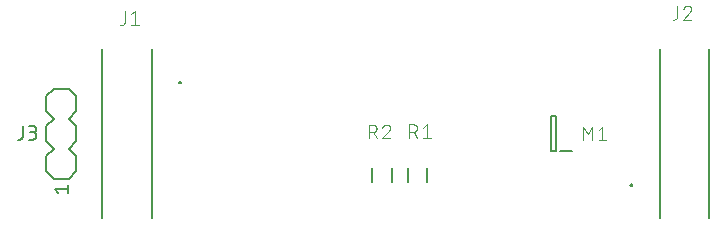
<source format=gbr>
G04 EAGLE Gerber X2 export*
%TF.Part,Single*%
%TF.FileFunction,Legend,Top,1*%
%TF.FilePolarity,Positive*%
%TF.GenerationSoftware,Autodesk,EAGLE,9.1.0*%
%TF.CreationDate,2020-08-17T16:38:00Z*%
G75*
%MOMM*%
%FSLAX34Y34*%
%LPD*%
%AMOC8*
5,1,8,0,0,1.08239X$1,22.5*%
G01*
%ADD10C,0.200000*%
%ADD11C,0.101600*%
%ADD12C,0.152400*%
%ADD13C,0.127000*%


D10*
X462250Y130500D02*
X457750Y130500D01*
X457750Y159500D01*
X462250Y159500D01*
X462250Y130500D01*
X465750Y130000D02*
X476250Y130000D01*
D11*
X485143Y139158D02*
X485143Y150842D01*
X489038Y144351D01*
X492933Y150842D01*
X492933Y139158D01*
X498366Y148246D02*
X501611Y150842D01*
X501611Y139158D01*
X498366Y139158D02*
X504857Y139158D01*
D10*
X550000Y73100D02*
X550000Y216900D01*
X592000Y216900D02*
X592000Y73100D01*
X525352Y101510D02*
X525354Y101561D01*
X525360Y101612D01*
X525370Y101662D01*
X525383Y101711D01*
X525401Y101759D01*
X525422Y101805D01*
X525447Y101850D01*
X525475Y101893D01*
X525506Y101933D01*
X525540Y101971D01*
X525577Y102006D01*
X525617Y102038D01*
X525659Y102067D01*
X525703Y102092D01*
X525749Y102114D01*
X525797Y102133D01*
X525846Y102147D01*
X525896Y102158D01*
X525946Y102165D01*
X525997Y102168D01*
X526048Y102167D01*
X526099Y102162D01*
X526149Y102153D01*
X526199Y102140D01*
X526247Y102124D01*
X526294Y102104D01*
X526339Y102080D01*
X526382Y102053D01*
X526423Y102022D01*
X526462Y101989D01*
X526497Y101952D01*
X526530Y101913D01*
X526560Y101872D01*
X526586Y101828D01*
X526609Y101782D01*
X526628Y101735D01*
X526644Y101686D01*
X526656Y101637D01*
X526664Y101586D01*
X526668Y101536D01*
X526668Y101484D01*
X526664Y101434D01*
X526656Y101383D01*
X526644Y101334D01*
X526628Y101285D01*
X526609Y101238D01*
X526586Y101192D01*
X526560Y101148D01*
X526530Y101107D01*
X526497Y101068D01*
X526462Y101031D01*
X526423Y100998D01*
X526382Y100967D01*
X526339Y100940D01*
X526294Y100916D01*
X526247Y100896D01*
X526199Y100880D01*
X526149Y100867D01*
X526099Y100858D01*
X526048Y100853D01*
X525997Y100852D01*
X525946Y100855D01*
X525896Y100862D01*
X525846Y100873D01*
X525797Y100887D01*
X525749Y100906D01*
X525703Y100928D01*
X525659Y100953D01*
X525617Y100982D01*
X525577Y101014D01*
X525540Y101049D01*
X525506Y101087D01*
X525475Y101127D01*
X525447Y101170D01*
X525422Y101215D01*
X525401Y101261D01*
X525383Y101309D01*
X525370Y101358D01*
X525360Y101408D01*
X525354Y101459D01*
X525352Y101510D01*
D11*
X564955Y244114D02*
X564955Y253202D01*
X564955Y244114D02*
X564953Y244015D01*
X564947Y243915D01*
X564938Y243816D01*
X564925Y243718D01*
X564908Y243620D01*
X564887Y243522D01*
X564862Y243426D01*
X564834Y243331D01*
X564802Y243237D01*
X564767Y243144D01*
X564728Y243052D01*
X564685Y242962D01*
X564640Y242874D01*
X564590Y242787D01*
X564538Y242703D01*
X564482Y242620D01*
X564424Y242540D01*
X564362Y242462D01*
X564297Y242387D01*
X564229Y242314D01*
X564159Y242244D01*
X564086Y242176D01*
X564011Y242111D01*
X563933Y242049D01*
X563853Y241991D01*
X563770Y241935D01*
X563686Y241883D01*
X563599Y241833D01*
X563511Y241788D01*
X563421Y241745D01*
X563329Y241706D01*
X563236Y241671D01*
X563142Y241639D01*
X563047Y241611D01*
X562951Y241586D01*
X562853Y241565D01*
X562755Y241548D01*
X562657Y241535D01*
X562558Y241526D01*
X562458Y241520D01*
X562359Y241518D01*
X561060Y241518D01*
X573799Y253202D02*
X573906Y253200D01*
X574012Y253194D01*
X574118Y253184D01*
X574224Y253171D01*
X574330Y253153D01*
X574434Y253132D01*
X574538Y253107D01*
X574641Y253078D01*
X574742Y253046D01*
X574842Y253009D01*
X574941Y252969D01*
X575039Y252926D01*
X575135Y252879D01*
X575229Y252828D01*
X575321Y252774D01*
X575411Y252717D01*
X575499Y252657D01*
X575584Y252593D01*
X575667Y252526D01*
X575748Y252456D01*
X575826Y252384D01*
X575902Y252308D01*
X575974Y252230D01*
X576044Y252149D01*
X576111Y252066D01*
X576175Y251981D01*
X576235Y251893D01*
X576292Y251803D01*
X576346Y251711D01*
X576397Y251617D01*
X576444Y251521D01*
X576487Y251423D01*
X576527Y251324D01*
X576564Y251224D01*
X576596Y251123D01*
X576625Y251020D01*
X576650Y250916D01*
X576671Y250812D01*
X576689Y250706D01*
X576702Y250600D01*
X576712Y250494D01*
X576718Y250388D01*
X576720Y250281D01*
X573799Y253202D02*
X573678Y253200D01*
X573557Y253194D01*
X573437Y253184D01*
X573316Y253171D01*
X573197Y253153D01*
X573077Y253132D01*
X572959Y253107D01*
X572842Y253078D01*
X572725Y253045D01*
X572610Y253009D01*
X572496Y252968D01*
X572383Y252925D01*
X572271Y252877D01*
X572162Y252826D01*
X572054Y252771D01*
X571947Y252713D01*
X571843Y252652D01*
X571741Y252587D01*
X571641Y252519D01*
X571543Y252448D01*
X571447Y252374D01*
X571354Y252297D01*
X571264Y252216D01*
X571176Y252133D01*
X571091Y252047D01*
X571008Y251958D01*
X570929Y251867D01*
X570852Y251773D01*
X570779Y251677D01*
X570709Y251579D01*
X570642Y251478D01*
X570578Y251375D01*
X570518Y251270D01*
X570461Y251163D01*
X570407Y251055D01*
X570357Y250945D01*
X570311Y250833D01*
X570268Y250720D01*
X570229Y250605D01*
X575746Y248009D02*
X575825Y248086D01*
X575901Y248167D01*
X575974Y248250D01*
X576044Y248335D01*
X576111Y248423D01*
X576175Y248513D01*
X576235Y248605D01*
X576292Y248700D01*
X576346Y248796D01*
X576397Y248894D01*
X576444Y248994D01*
X576488Y249096D01*
X576528Y249199D01*
X576564Y249303D01*
X576596Y249409D01*
X576625Y249515D01*
X576650Y249623D01*
X576672Y249731D01*
X576689Y249841D01*
X576703Y249950D01*
X576712Y250060D01*
X576718Y250171D01*
X576720Y250281D01*
X575746Y248009D02*
X570228Y241518D01*
X576720Y241518D01*
D10*
X120000Y216900D02*
X120000Y73100D01*
X78000Y73100D02*
X78000Y216900D01*
X143332Y188490D02*
X143334Y188541D01*
X143340Y188592D01*
X143350Y188642D01*
X143363Y188691D01*
X143381Y188739D01*
X143402Y188785D01*
X143427Y188830D01*
X143455Y188873D01*
X143486Y188913D01*
X143520Y188951D01*
X143557Y188986D01*
X143597Y189018D01*
X143639Y189047D01*
X143683Y189072D01*
X143729Y189094D01*
X143777Y189113D01*
X143826Y189127D01*
X143876Y189138D01*
X143926Y189145D01*
X143977Y189148D01*
X144028Y189147D01*
X144079Y189142D01*
X144129Y189133D01*
X144179Y189120D01*
X144227Y189104D01*
X144274Y189084D01*
X144319Y189060D01*
X144362Y189033D01*
X144403Y189002D01*
X144442Y188969D01*
X144477Y188932D01*
X144510Y188893D01*
X144540Y188852D01*
X144566Y188808D01*
X144589Y188762D01*
X144608Y188715D01*
X144624Y188666D01*
X144636Y188617D01*
X144644Y188566D01*
X144648Y188516D01*
X144648Y188464D01*
X144644Y188414D01*
X144636Y188363D01*
X144624Y188314D01*
X144608Y188265D01*
X144589Y188218D01*
X144566Y188172D01*
X144540Y188128D01*
X144510Y188087D01*
X144477Y188048D01*
X144442Y188011D01*
X144403Y187978D01*
X144362Y187947D01*
X144319Y187920D01*
X144274Y187896D01*
X144227Y187876D01*
X144179Y187860D01*
X144129Y187847D01*
X144079Y187838D01*
X144028Y187833D01*
X143977Y187832D01*
X143926Y187835D01*
X143876Y187842D01*
X143826Y187853D01*
X143777Y187867D01*
X143729Y187886D01*
X143683Y187908D01*
X143639Y187933D01*
X143597Y187962D01*
X143557Y187994D01*
X143520Y188029D01*
X143486Y188067D01*
X143455Y188107D01*
X143427Y188150D01*
X143402Y188195D01*
X143381Y188241D01*
X143363Y188289D01*
X143350Y188338D01*
X143340Y188388D01*
X143334Y188439D01*
X143332Y188490D01*
D11*
X97175Y239394D02*
X97175Y248482D01*
X97175Y239394D02*
X97173Y239295D01*
X97167Y239195D01*
X97158Y239096D01*
X97145Y238998D01*
X97128Y238900D01*
X97107Y238802D01*
X97082Y238706D01*
X97054Y238611D01*
X97022Y238517D01*
X96987Y238424D01*
X96948Y238332D01*
X96905Y238242D01*
X96860Y238154D01*
X96810Y238067D01*
X96758Y237983D01*
X96702Y237900D01*
X96644Y237820D01*
X96582Y237742D01*
X96517Y237667D01*
X96449Y237594D01*
X96379Y237524D01*
X96306Y237456D01*
X96231Y237391D01*
X96153Y237329D01*
X96073Y237271D01*
X95990Y237215D01*
X95906Y237163D01*
X95819Y237113D01*
X95731Y237068D01*
X95641Y237025D01*
X95549Y236986D01*
X95456Y236951D01*
X95362Y236919D01*
X95267Y236891D01*
X95171Y236866D01*
X95073Y236845D01*
X94975Y236828D01*
X94877Y236815D01*
X94778Y236806D01*
X94678Y236800D01*
X94579Y236798D01*
X93280Y236798D01*
X102449Y245886D02*
X105694Y248482D01*
X105694Y236798D01*
X102449Y236798D02*
X108940Y236798D01*
D12*
X30800Y125950D02*
X30800Y113250D01*
X30800Y125950D02*
X37150Y132300D01*
X49850Y132300D02*
X56200Y125950D01*
X37150Y132300D02*
X30800Y138650D01*
X30800Y151350D01*
X37150Y157700D01*
X49850Y157700D02*
X56200Y151350D01*
X56200Y138650D01*
X49850Y132300D01*
X49850Y106900D02*
X37150Y106900D01*
X30800Y113250D01*
X49850Y106900D02*
X56200Y113250D01*
X56200Y125950D01*
X37150Y157700D02*
X30800Y164050D01*
X30800Y176750D01*
X37150Y183100D01*
X49850Y183100D02*
X56200Y176750D01*
X56200Y164050D01*
X49850Y157700D01*
X49850Y183100D02*
X37150Y183100D01*
D13*
X37785Y98010D02*
X40325Y94835D01*
X37785Y98010D02*
X49215Y98010D01*
X49215Y94835D02*
X49215Y101185D01*
X10706Y142465D02*
X10706Y151355D01*
X10706Y142465D02*
X10704Y142365D01*
X10698Y142266D01*
X10688Y142166D01*
X10675Y142068D01*
X10657Y141969D01*
X10636Y141872D01*
X10611Y141776D01*
X10582Y141680D01*
X10549Y141586D01*
X10513Y141493D01*
X10473Y141402D01*
X10429Y141312D01*
X10382Y141224D01*
X10332Y141138D01*
X10278Y141054D01*
X10221Y140972D01*
X10161Y140893D01*
X10097Y140815D01*
X10031Y140741D01*
X9962Y140669D01*
X9890Y140600D01*
X9816Y140534D01*
X9738Y140470D01*
X9659Y140410D01*
X9577Y140353D01*
X9493Y140299D01*
X9407Y140249D01*
X9319Y140202D01*
X9229Y140158D01*
X9138Y140118D01*
X9045Y140082D01*
X8951Y140049D01*
X8855Y140020D01*
X8759Y139995D01*
X8662Y139974D01*
X8563Y139956D01*
X8465Y139943D01*
X8365Y139933D01*
X8266Y139927D01*
X8166Y139925D01*
X6896Y139925D01*
X16115Y139925D02*
X19290Y139925D01*
X19401Y139927D01*
X19511Y139933D01*
X19622Y139942D01*
X19732Y139956D01*
X19841Y139973D01*
X19950Y139994D01*
X20058Y140019D01*
X20165Y140048D01*
X20271Y140080D01*
X20376Y140116D01*
X20479Y140156D01*
X20581Y140199D01*
X20682Y140246D01*
X20781Y140297D01*
X20877Y140350D01*
X20972Y140407D01*
X21065Y140468D01*
X21156Y140531D01*
X21245Y140598D01*
X21331Y140668D01*
X21414Y140741D01*
X21496Y140816D01*
X21574Y140894D01*
X21649Y140976D01*
X21722Y141059D01*
X21792Y141145D01*
X21859Y141234D01*
X21922Y141325D01*
X21983Y141418D01*
X22040Y141512D01*
X22093Y141609D01*
X22144Y141708D01*
X22191Y141809D01*
X22234Y141911D01*
X22274Y142014D01*
X22310Y142119D01*
X22342Y142225D01*
X22371Y142332D01*
X22396Y142440D01*
X22417Y142549D01*
X22434Y142658D01*
X22448Y142768D01*
X22457Y142879D01*
X22463Y142989D01*
X22465Y143100D01*
X22463Y143211D01*
X22457Y143321D01*
X22448Y143432D01*
X22434Y143542D01*
X22417Y143651D01*
X22396Y143760D01*
X22371Y143868D01*
X22342Y143975D01*
X22310Y144081D01*
X22274Y144186D01*
X22234Y144289D01*
X22191Y144391D01*
X22144Y144492D01*
X22093Y144591D01*
X22040Y144687D01*
X21983Y144782D01*
X21922Y144875D01*
X21859Y144966D01*
X21792Y145055D01*
X21722Y145141D01*
X21649Y145224D01*
X21574Y145306D01*
X21496Y145384D01*
X21414Y145459D01*
X21331Y145532D01*
X21245Y145602D01*
X21156Y145669D01*
X21065Y145732D01*
X20972Y145793D01*
X20878Y145850D01*
X20781Y145903D01*
X20682Y145954D01*
X20581Y146001D01*
X20479Y146044D01*
X20376Y146084D01*
X20271Y146120D01*
X20165Y146152D01*
X20058Y146181D01*
X19950Y146206D01*
X19841Y146227D01*
X19732Y146244D01*
X19622Y146258D01*
X19511Y146267D01*
X19401Y146273D01*
X19290Y146275D01*
X19925Y151355D02*
X16115Y151355D01*
X19925Y151355D02*
X20025Y151353D01*
X20124Y151347D01*
X20224Y151337D01*
X20322Y151324D01*
X20421Y151306D01*
X20518Y151285D01*
X20614Y151260D01*
X20710Y151231D01*
X20804Y151198D01*
X20897Y151162D01*
X20988Y151122D01*
X21078Y151078D01*
X21166Y151031D01*
X21252Y150981D01*
X21336Y150927D01*
X21418Y150870D01*
X21497Y150810D01*
X21575Y150746D01*
X21649Y150680D01*
X21721Y150611D01*
X21790Y150539D01*
X21856Y150465D01*
X21920Y150387D01*
X21980Y150308D01*
X22037Y150226D01*
X22091Y150142D01*
X22141Y150056D01*
X22188Y149968D01*
X22232Y149878D01*
X22272Y149787D01*
X22308Y149694D01*
X22341Y149600D01*
X22370Y149504D01*
X22395Y149408D01*
X22416Y149311D01*
X22434Y149212D01*
X22447Y149114D01*
X22457Y149014D01*
X22463Y148915D01*
X22465Y148815D01*
X22463Y148715D01*
X22457Y148616D01*
X22447Y148516D01*
X22434Y148418D01*
X22416Y148319D01*
X22395Y148222D01*
X22370Y148126D01*
X22341Y148030D01*
X22308Y147936D01*
X22272Y147843D01*
X22232Y147752D01*
X22188Y147662D01*
X22141Y147574D01*
X22091Y147488D01*
X22037Y147404D01*
X21980Y147322D01*
X21920Y147243D01*
X21856Y147165D01*
X21790Y147091D01*
X21721Y147019D01*
X21649Y146950D01*
X21575Y146884D01*
X21497Y146820D01*
X21418Y146760D01*
X21336Y146703D01*
X21252Y146649D01*
X21166Y146599D01*
X21078Y146552D01*
X20988Y146508D01*
X20897Y146468D01*
X20804Y146432D01*
X20710Y146399D01*
X20614Y146370D01*
X20518Y146345D01*
X20421Y146324D01*
X20322Y146306D01*
X20224Y146293D01*
X20124Y146283D01*
X20025Y146277D01*
X19925Y146275D01*
X17385Y146275D01*
X336700Y115700D02*
X336700Y104300D01*
X353300Y104300D02*
X353300Y115700D01*
D11*
X338245Y141008D02*
X338245Y152692D01*
X341490Y152692D01*
X341603Y152690D01*
X341716Y152684D01*
X341829Y152674D01*
X341942Y152660D01*
X342054Y152643D01*
X342165Y152621D01*
X342275Y152596D01*
X342385Y152566D01*
X342493Y152533D01*
X342600Y152496D01*
X342706Y152456D01*
X342810Y152411D01*
X342913Y152363D01*
X343014Y152312D01*
X343113Y152257D01*
X343210Y152199D01*
X343305Y152137D01*
X343398Y152072D01*
X343488Y152004D01*
X343576Y151933D01*
X343662Y151858D01*
X343745Y151781D01*
X343825Y151701D01*
X343902Y151618D01*
X343977Y151532D01*
X344048Y151444D01*
X344116Y151354D01*
X344181Y151261D01*
X344243Y151166D01*
X344301Y151069D01*
X344356Y150970D01*
X344407Y150869D01*
X344455Y150766D01*
X344500Y150662D01*
X344540Y150556D01*
X344577Y150449D01*
X344610Y150341D01*
X344640Y150231D01*
X344665Y150121D01*
X344687Y150010D01*
X344704Y149898D01*
X344718Y149785D01*
X344728Y149672D01*
X344734Y149559D01*
X344736Y149446D01*
X344734Y149333D01*
X344728Y149220D01*
X344718Y149107D01*
X344704Y148994D01*
X344687Y148882D01*
X344665Y148771D01*
X344640Y148661D01*
X344610Y148551D01*
X344577Y148443D01*
X344540Y148336D01*
X344500Y148230D01*
X344455Y148126D01*
X344407Y148023D01*
X344356Y147922D01*
X344301Y147823D01*
X344243Y147726D01*
X344181Y147631D01*
X344116Y147538D01*
X344048Y147448D01*
X343977Y147360D01*
X343902Y147274D01*
X343825Y147191D01*
X343745Y147111D01*
X343662Y147034D01*
X343576Y146959D01*
X343488Y146888D01*
X343398Y146820D01*
X343305Y146755D01*
X343210Y146693D01*
X343113Y146635D01*
X343014Y146580D01*
X342913Y146529D01*
X342810Y146481D01*
X342706Y146436D01*
X342600Y146396D01*
X342493Y146359D01*
X342385Y146326D01*
X342275Y146296D01*
X342165Y146271D01*
X342054Y146249D01*
X341942Y146232D01*
X341829Y146218D01*
X341716Y146208D01*
X341603Y146202D01*
X341490Y146200D01*
X341490Y146201D02*
X338245Y146201D01*
X342139Y146201D02*
X344736Y141008D01*
X349601Y150096D02*
X352846Y152692D01*
X352846Y141008D01*
X349601Y141008D02*
X356092Y141008D01*
D13*
X323300Y115700D02*
X323300Y104300D01*
X306700Y104300D02*
X306700Y115700D01*
D11*
X303908Y140808D02*
X303908Y152492D01*
X307154Y152492D01*
X307267Y152490D01*
X307380Y152484D01*
X307493Y152474D01*
X307606Y152460D01*
X307718Y152443D01*
X307829Y152421D01*
X307939Y152396D01*
X308049Y152366D01*
X308157Y152333D01*
X308264Y152296D01*
X308370Y152256D01*
X308474Y152211D01*
X308577Y152163D01*
X308678Y152112D01*
X308777Y152057D01*
X308874Y151999D01*
X308969Y151937D01*
X309062Y151872D01*
X309152Y151804D01*
X309240Y151733D01*
X309326Y151658D01*
X309409Y151581D01*
X309489Y151501D01*
X309566Y151418D01*
X309641Y151332D01*
X309712Y151244D01*
X309780Y151154D01*
X309845Y151061D01*
X309907Y150966D01*
X309965Y150869D01*
X310020Y150770D01*
X310071Y150669D01*
X310119Y150566D01*
X310164Y150462D01*
X310204Y150356D01*
X310241Y150249D01*
X310274Y150141D01*
X310304Y150031D01*
X310329Y149921D01*
X310351Y149810D01*
X310368Y149698D01*
X310382Y149585D01*
X310392Y149472D01*
X310398Y149359D01*
X310400Y149246D01*
X310398Y149133D01*
X310392Y149020D01*
X310382Y148907D01*
X310368Y148794D01*
X310351Y148682D01*
X310329Y148571D01*
X310304Y148461D01*
X310274Y148351D01*
X310241Y148243D01*
X310204Y148136D01*
X310164Y148030D01*
X310119Y147926D01*
X310071Y147823D01*
X310020Y147722D01*
X309965Y147623D01*
X309907Y147526D01*
X309845Y147431D01*
X309780Y147338D01*
X309712Y147248D01*
X309641Y147160D01*
X309566Y147074D01*
X309489Y146991D01*
X309409Y146911D01*
X309326Y146834D01*
X309240Y146759D01*
X309152Y146688D01*
X309062Y146620D01*
X308969Y146555D01*
X308874Y146493D01*
X308777Y146435D01*
X308678Y146380D01*
X308577Y146329D01*
X308474Y146281D01*
X308370Y146236D01*
X308264Y146196D01*
X308157Y146159D01*
X308049Y146126D01*
X307939Y146096D01*
X307829Y146071D01*
X307718Y146049D01*
X307606Y146032D01*
X307493Y146018D01*
X307380Y146008D01*
X307267Y146002D01*
X307154Y146000D01*
X307154Y146001D02*
X303908Y146001D01*
X307803Y146001D02*
X310399Y140808D01*
X321755Y149571D02*
X321753Y149678D01*
X321747Y149784D01*
X321737Y149890D01*
X321724Y149996D01*
X321706Y150102D01*
X321685Y150206D01*
X321660Y150310D01*
X321631Y150413D01*
X321599Y150514D01*
X321562Y150614D01*
X321522Y150713D01*
X321479Y150811D01*
X321432Y150907D01*
X321381Y151001D01*
X321327Y151093D01*
X321270Y151183D01*
X321210Y151271D01*
X321146Y151356D01*
X321079Y151439D01*
X321009Y151520D01*
X320937Y151598D01*
X320861Y151674D01*
X320783Y151746D01*
X320702Y151816D01*
X320619Y151883D01*
X320534Y151947D01*
X320446Y152007D01*
X320356Y152064D01*
X320264Y152118D01*
X320170Y152169D01*
X320074Y152216D01*
X319976Y152259D01*
X319877Y152299D01*
X319777Y152336D01*
X319676Y152368D01*
X319573Y152397D01*
X319469Y152422D01*
X319365Y152443D01*
X319259Y152461D01*
X319153Y152474D01*
X319047Y152484D01*
X318941Y152490D01*
X318834Y152492D01*
X318713Y152490D01*
X318592Y152484D01*
X318472Y152474D01*
X318351Y152461D01*
X318232Y152443D01*
X318112Y152422D01*
X317994Y152397D01*
X317877Y152368D01*
X317760Y152335D01*
X317645Y152299D01*
X317531Y152258D01*
X317418Y152215D01*
X317306Y152167D01*
X317197Y152116D01*
X317089Y152061D01*
X316982Y152003D01*
X316878Y151942D01*
X316776Y151877D01*
X316676Y151809D01*
X316578Y151738D01*
X316482Y151664D01*
X316389Y151587D01*
X316299Y151506D01*
X316211Y151423D01*
X316126Y151337D01*
X316043Y151248D01*
X315964Y151157D01*
X315887Y151063D01*
X315814Y150967D01*
X315744Y150869D01*
X315677Y150768D01*
X315613Y150665D01*
X315553Y150560D01*
X315496Y150453D01*
X315442Y150345D01*
X315392Y150235D01*
X315346Y150123D01*
X315303Y150010D01*
X315264Y149895D01*
X320782Y147299D02*
X320861Y147376D01*
X320937Y147457D01*
X321010Y147540D01*
X321080Y147625D01*
X321147Y147713D01*
X321211Y147803D01*
X321271Y147895D01*
X321328Y147990D01*
X321382Y148086D01*
X321433Y148184D01*
X321480Y148284D01*
X321524Y148386D01*
X321564Y148489D01*
X321600Y148593D01*
X321632Y148699D01*
X321661Y148805D01*
X321686Y148913D01*
X321708Y149021D01*
X321725Y149131D01*
X321739Y149240D01*
X321748Y149350D01*
X321754Y149461D01*
X321756Y149571D01*
X320782Y147299D02*
X315264Y140808D01*
X321755Y140808D01*
M02*

</source>
